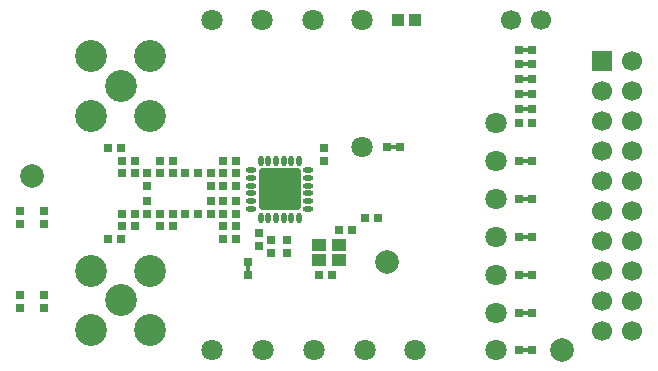
<source format=gts>
%FSAX43Y43*%
%MOMM*%
G71*
G01*
G75*
G04 Layer_Color=8388736*
%ADD10R,0.650X0.650*%
%ADD11C,1.000*%
%ADD12R,0.650X0.650*%
%ADD13R,0.900X0.900*%
%ADD14R,1.200X1.000*%
G04:AMPARAMS|DCode=15|XSize=3.4mm|YSize=3.4mm|CornerRadius=0.085mm|HoleSize=0mm|Usage=FLASHONLY|Rotation=90.000|XOffset=0mm|YOffset=0mm|HoleType=Round|Shape=RoundedRectangle|*
%AMROUNDEDRECTD15*
21,1,3.400,3.230,0,0,90.0*
21,1,3.230,3.400,0,0,90.0*
1,1,0.170,1.615,1.615*
1,1,0.170,1.615,-1.615*
1,1,0.170,-1.615,-1.615*
1,1,0.170,-1.615,1.615*
%
%ADD15ROUNDEDRECTD15*%
%ADD16O,0.800X0.350*%
%ADD17O,0.350X0.800*%
%ADD18C,0.200*%
%ADD19C,0.400*%
%ADD20C,0.254*%
%ADD21C,0.800*%
%ADD22C,1.000*%
%ADD23C,0.350*%
%ADD24C,0.650*%
%ADD25C,0.500*%
%ADD26C,1.100*%
%ADD27C,1.600*%
%ADD28C,1.500*%
%ADD29C,2.500*%
%ADD30R,1.500X1.500*%
%ADD31C,0.500*%
%ADD32C,0.100*%
%ADD33C,0.025*%
%ADD34C,0.150*%
%ADD35C,0.120*%
%ADD36C,0.300*%
%ADD37R,0.750X0.750*%
%ADD38C,2.000*%
%ADD39R,0.750X0.750*%
%ADD40R,1.000X1.000*%
%ADD41R,1.300X1.100*%
G04:AMPARAMS|DCode=42|XSize=3.5mm|YSize=3.5mm|CornerRadius=0.135mm|HoleSize=0mm|Usage=FLASHONLY|Rotation=90.000|XOffset=0mm|YOffset=0mm|HoleType=Round|Shape=RoundedRectangle|*
%AMROUNDEDRECTD42*
21,1,3.500,3.230,0,0,90.0*
21,1,3.230,3.500,0,0,90.0*
1,1,0.270,1.615,1.615*
1,1,0.270,1.615,-1.615*
1,1,0.270,-1.615,-1.615*
1,1,0.270,-1.615,1.615*
%
%ADD42ROUNDEDRECTD42*%
%ADD43O,0.900X0.450*%
%ADD44O,0.450X0.900*%
%ADD45C,1.800*%
%ADD46C,1.700*%
%ADD47C,2.700*%
%ADD48R,1.700X1.700*%
D36*
X0072080Y0085080D02*
Y0086180D01*
X0095100Y0078700D02*
X0096200D01*
X0095100Y0099160D02*
X0096200D01*
X0095100Y0085100D02*
X0096200D01*
X0095100Y0088300D02*
X0096200D01*
X0095100Y0091500D02*
X0096200D01*
X0095100Y0094700D02*
X0096200D01*
X0095100Y0100410D02*
X0096200D01*
X0095100Y0102910D02*
X0096200D01*
X0095100Y0104160D02*
X0096200D01*
X0083850Y0095900D02*
X0084950D01*
X0095100Y0101660D02*
X0096200D01*
X0095100Y0081900D02*
X0096200D01*
D37*
X0072080Y0086180D02*
D03*
Y0085080D02*
D03*
X0073050Y0088630D02*
D03*
Y0087530D02*
D03*
X0052820Y0082290D02*
D03*
Y0083390D02*
D03*
X0054840Y0089420D02*
D03*
Y0090520D02*
D03*
X0063600Y0093700D02*
D03*
Y0092600D02*
D03*
X0068960Y0090280D02*
D03*
Y0091380D02*
D03*
X0063600Y0090280D02*
D03*
Y0091380D02*
D03*
X0078530Y0095820D02*
D03*
Y0094720D02*
D03*
X0068960Y0093700D02*
D03*
Y0092600D02*
D03*
X0074100Y0086930D02*
D03*
Y0088030D02*
D03*
X0075400D02*
D03*
Y0086930D02*
D03*
X0052840Y0090520D02*
D03*
Y0089420D02*
D03*
X0054840Y0082290D02*
D03*
Y0083390D02*
D03*
D38*
X0083900Y0086220D02*
D03*
X0098700Y0078700D02*
D03*
X0053860Y0093450D02*
D03*
D39*
X0079850Y0088880D02*
D03*
X0080950D02*
D03*
X0071110Y0088160D02*
D03*
X0070010D02*
D03*
X0096200Y0078700D02*
D03*
X0095100D02*
D03*
Y0099160D02*
D03*
X0096200D02*
D03*
X0070010Y0094760D02*
D03*
X0071110D02*
D03*
X0061450Y0090280D02*
D03*
X0062550D02*
D03*
X0061450Y0089220D02*
D03*
X0062550D02*
D03*
X0095100Y0097910D02*
D03*
X0096200D02*
D03*
X0095100Y0085100D02*
D03*
Y0088300D02*
D03*
Y0091500D02*
D03*
Y0094700D02*
D03*
X0096200Y0100410D02*
D03*
X0071110Y0091340D02*
D03*
X0070010D02*
D03*
X0071110Y0092640D02*
D03*
X0070010D02*
D03*
Y0089220D02*
D03*
X0071110D02*
D03*
Y0093700D02*
D03*
X0070010D02*
D03*
X0071110Y0090280D02*
D03*
X0070010D02*
D03*
X0064650Y0089220D02*
D03*
X0065750D02*
D03*
X0064650Y0090280D02*
D03*
X0065750D02*
D03*
Y0093700D02*
D03*
X0064650D02*
D03*
X0066810Y0090280D02*
D03*
X0067910D02*
D03*
X0062550Y0093700D02*
D03*
X0061450D02*
D03*
X0095100Y0100410D02*
D03*
X0096200Y0094700D02*
D03*
Y0091500D02*
D03*
Y0088300D02*
D03*
Y0085100D02*
D03*
X0095100Y0102910D02*
D03*
X0096200D02*
D03*
X0095100Y0104160D02*
D03*
X0096200D02*
D03*
X0064650Y0094760D02*
D03*
X0065750D02*
D03*
X0067910Y0093700D02*
D03*
X0066810D02*
D03*
X0083090Y0089920D02*
D03*
X0081990D02*
D03*
X0079250Y0085080D02*
D03*
X0078150D02*
D03*
X0060240Y0095810D02*
D03*
X0061340D02*
D03*
Y0088170D02*
D03*
X0060240D02*
D03*
X0084950Y0095900D02*
D03*
X0083850D02*
D03*
X0061450Y0094760D02*
D03*
X0062550D02*
D03*
X0095100Y0101660D02*
D03*
X0096200D02*
D03*
X0095100Y0081900D02*
D03*
X0096200D02*
D03*
D40*
X0086280Y0106700D02*
D03*
X0084780D02*
D03*
D41*
X0079850Y0086330D02*
D03*
Y0087630D02*
D03*
X0078150Y0086330D02*
D03*
Y0087630D02*
D03*
D42*
X0074800Y0092320D02*
D03*
D43*
X0072400Y0090695D02*
D03*
Y0091345D02*
D03*
Y0091995D02*
D03*
Y0092645D02*
D03*
Y0093295D02*
D03*
Y0093945D02*
D03*
X0077200D02*
D03*
Y0093295D02*
D03*
Y0092645D02*
D03*
Y0091995D02*
D03*
Y0091345D02*
D03*
Y0090695D02*
D03*
D44*
X0073175Y0094720D02*
D03*
X0073825D02*
D03*
X0074475D02*
D03*
X0075125D02*
D03*
X0075775D02*
D03*
X0076425D02*
D03*
Y0089920D02*
D03*
X0075775D02*
D03*
X0075125D02*
D03*
X0074475D02*
D03*
X0073825D02*
D03*
X0073175D02*
D03*
D45*
X0069090Y0106700D02*
D03*
X0073290D02*
D03*
X0069090Y0078700D02*
D03*
X0081990D02*
D03*
X0086290D02*
D03*
X0077690D02*
D03*
X0093100Y0094700D02*
D03*
Y0091500D02*
D03*
Y0078700D02*
D03*
Y0088300D02*
D03*
Y0081900D02*
D03*
X0081790Y0106700D02*
D03*
X0077590D02*
D03*
X0073390Y0078700D02*
D03*
X0093100Y0085100D02*
D03*
X0081800Y0095900D02*
D03*
X0093100Y0097910D02*
D03*
D46*
X0094410Y0106700D02*
D03*
X0096950D02*
D03*
X0104640Y0080340D02*
D03*
X0102100D02*
D03*
X0104640Y0082880D02*
D03*
X0102100D02*
D03*
X0104640Y0085420D02*
D03*
X0102100D02*
D03*
X0104640Y0087960D02*
D03*
X0102100D02*
D03*
X0104640Y0090500D02*
D03*
X0102100D02*
D03*
X0104640Y0093040D02*
D03*
X0102100D02*
D03*
X0104640Y0095580D02*
D03*
X0102100D02*
D03*
X0104640Y0098120D02*
D03*
X0102100D02*
D03*
X0104640Y0100660D02*
D03*
X0102100D02*
D03*
X0104640Y0103200D02*
D03*
D47*
X0061340Y0082950D02*
D03*
X0058840Y0080450D02*
D03*
X0063840D02*
D03*
Y0085450D02*
D03*
X0058840D02*
D03*
X0061340Y0101080D02*
D03*
X0058840Y0103580D02*
D03*
X0063840D02*
D03*
Y0098580D02*
D03*
X0058840D02*
D03*
D48*
X0102100Y0103200D02*
D03*
M02*

</source>
